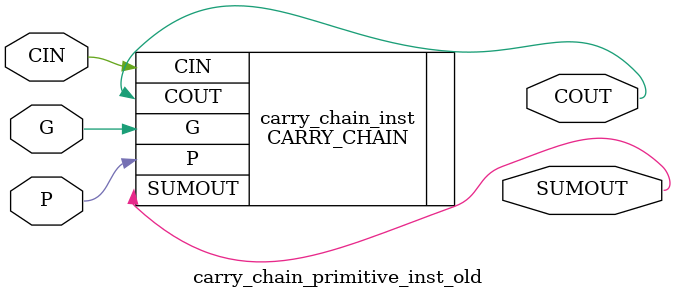
<source format=v>
module carry_chain_primitive_inst_old(
  input P, G, CIN,
  output SUMOUT, COUT);

  // Instantiate the CARRY_CHAIN module
  CARRY_CHAIN carry_chain_inst (
    .P(P),
    .G(G),
    .CIN(CIN),
    .SUMOUT(SUMOUT),
    .COUT(COUT)
  );

  // You can connect signals to the inputs (P, G, CIN) and monitor the outputs (SUMOUT, COUT) here
  // For example:
  // assign P = 1'b0;
  // assign G = 1'b1;
  // assign CIN = 1'b0;

endmodule
</source>
